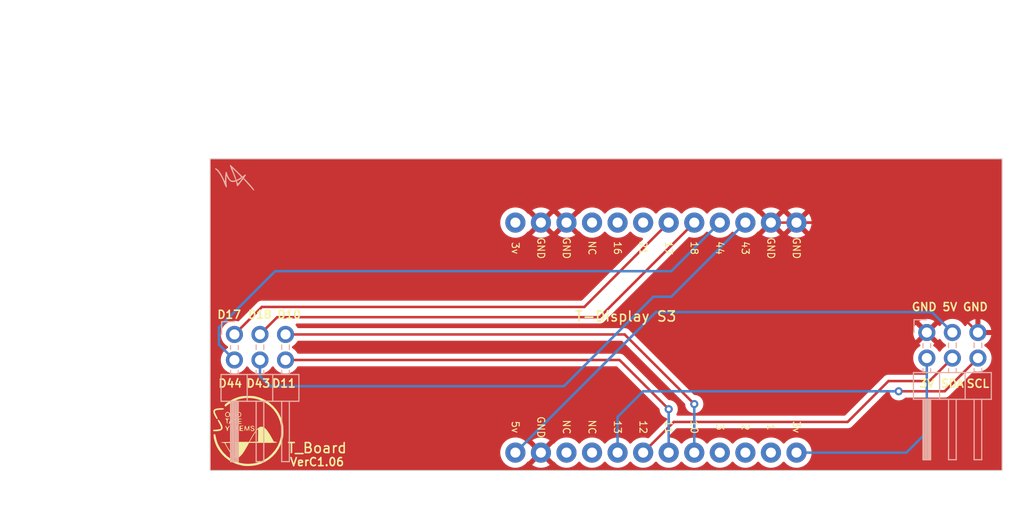
<source format=kicad_pcb>
(kicad_pcb (version 20240108) (generator "pcbnew") (generator_version "8.0")
  (title_block (title "Voltage_Sensor_Timer") (date "2023-03-07") (rev "0"))
  (layers (0 "F.Cu" signal) (31 "B.Cu" signal) (34 "B.Paste" user) (35 "F.Paste" user) (36 "B.SilkS" user "B.Silkscreen") (37 "F.SilkS" user "F.Silkscreen") (38 "B.Mask" user) (39 "F.Mask" user) (44 "Edge.Cuts" user))
  (net 0 "")
  (net 1 "GND")
  (net 2 "5V")
  (net 3 "SDA")
  (net 4 "SCL")
  (net 5 "D10")
  (net 6 "D11")
  (net 10 "D17")
  (net 17 "D43")
  (net 18 "D44")
  (net 19 "D18")
  (net 20 "3V")
  (footprint "LOGO" (layer "F.Cu") (at 116.967 105.791)
    (property "Reference" "G***" (hide yes))
    (property "Value" "LOGO" (hide yes))
    (fp_poly (pts (xy -1.25841 -1.839936) (xy -1.243308 -1.764985) (xy -1.234358 -1.662176) (xy -1.232467 -1.552547) (xy -1.238539 -1.457135) (xy -1.253481 -1.396978) (xy -1.258286 -1.390321) (xy -1.296458 -1.379762) (xy -1.314537 -1.408203) (xy -1.326252 -1.477429) (xy -1.327832 -1.579396) (xy -1.321053 -1.691368) (xy -1.307692 -1.79061) (xy -1.289527 -1.854386) (xy -1.278759 -1.865989)) (fill solid) (layer "F.SilkS"))
    (fp_poly (pts (xy -1.663348 -1.859687) (xy -1.650813 -1.774453) (xy -1.646621 -1.664138) (xy -1.646621 -1.436414) (xy -1.524 -1.436414) (xy -1.442952 -1.427615) (xy -1.402439 -1.405977) (xy -1.40138 -1.40138) (xy -1.432693 -1.380486) (xy -1.511919 -1.367953) (xy -1.559035 -1.366345) (xy -1.71669 -1.366345) (xy -1.71669 -1.629104) (xy -1.712343 -1.761501) (xy -1.700575 -1.853783) (xy -1.683298 -1.891617) (xy -1.681655 -1.891862)) (fill solid) (layer "F.SilkS"))
    (fp_poly (pts (xy -2.007079 -1.219373) (xy -1.933507 -1.205439) (xy -1.90938 -1.191173) (xy -1.921783 -1.165194) (xy -1.977381 -1.156138) (xy -2.025563 -1.15239) (xy -2.052398 -1.130583) (xy -2.064123 -1.074876) (xy -2.066976 -0.969425) (xy -2.067035 -0.928414) (xy -2.073546 -0.789463) (xy -2.089629 -0.717229) (xy -2.110105 -0.7123) (xy -2.129798 -0.775262) (xy -2.14353 -0.906705) (xy -2.144191 -0.919655) (xy -2.152516 -1.040609) (xy -2.16724 -1.108281) (xy -2.194871 -1.139458) (xy -2.233448 -1.149816) (xy -2.295053 -1.170884) (xy -2.312276 -1.193609) (xy -2.281429 -1.212561) (xy -2.204584 -1.223077) (xy -2.105286 -1.2253)) (fill solid) (layer "F.SilkS"))
    (fp_poly (pts (xy -1.864742 -0.487725) (xy -1.902692 -0.420715) (xy -1.944414 -0.357871) (xy -2.002071 -0.245519) (xy -2.031003 -0.133742) (xy -2.032 -0.114488) (xy -2.045137 -0.027071) (xy -2.084552 0) (xy -2.124678 -0.02862) (xy -2.137104 -0.114488) (xy -2.15812 -0.220758) (xy -2.21098 -0.336387) (xy -2.22459 -0.357724) (xy -2.270357 -0.438926) (xy -2.28485 -0.495259) (xy -2.279021 -0.506901) (xy -2.241425 -0.493357) (xy -2.1853 -0.435321) (xy -2.160129 -0.401012) (xy -2.074294 -0.274694) (xy -2.011208 -0.38149) (xy -1.956381 -0.458434) (xy -1.906653 -0.503891) (xy -1.902475 -0.505802) (xy -1.865501 -0.513157)) (fill solid) (layer "F.SilkS"))
    (fp_poly (pts (xy -1.026114 -0.518684) (xy -0.952541 -0.504749) (xy -0.928414 -0.490483) (xy -0.940818 -0.464504) (xy -0.996415 -0.455449) (xy -1.044597 -0.4517) (xy -1.071432 -0.429893) (xy -1.083158 -0.374186) (xy -1.086011 -0.268735) (xy -1.086069 -0.227724) (xy -1.092581 -0.088774) (xy -1.108663 -0.01654) (xy -1.12914 -0.01161) (xy -1.148833 -0.074573) (xy -1.162565 -0.206015) (xy -1.163225 -0.218966) (xy -1.171551 -0.339919) (xy -1.186274 -0.407591) (xy -1.213906 -0.438769) (xy -1.252483 -0.449127) (xy -1.314087 -0.470194) (xy -1.331311 -0.49292) (xy -1.300464 -0.511871) (xy -1.223619 -0.522387) (xy -1.124321 -0.52461)) (fill solid) (layer "F.SilkS"))
    (fp_poly (pts (xy -1.206142 -1.220246) (xy -1.127462 -1.204921) (xy -1.103586 -1.191173) (xy -1.11599 -1.165194) (xy -1.171588 -1.156138) (xy -1.21977 -1.15239) (xy -1.246605 -1.130583) (xy -1.25833 -1.074876) (xy -1.261183 -0.969425) (xy -1.261242 -0.928414) (xy -1.266192 -0.809415) (xy -1.279305 -0.727941) (xy -1.296276 -0.70069) (xy -1.314584 -0.732866) (xy -1.327118 -0.8181) (xy -1.331311 -0.928414) (xy -1.332846 -1.050829) (xy -1.341513 -1.119012) (xy -1.363399 -1.148795) (xy -1.404592 -1.156007) (xy -1.418897 -1.156138) (xy -1.484737 -1.168131) (xy -1.506483 -1.191173) (xy -1.474825 -1.210448) (xy -1.393239 -1.223173) (xy -1.315861 -1.226207)) (fill solid) (layer "F.SilkS"))
    (fp_poly (pts (xy -0.839684 -1.865697) (xy -0.744934 -1.790689) (xy -0.702465 -1.672069) (xy -0.70069 -1.636899) (xy -0.723265 -1.496935) (xy -0.792758 -1.408576) (xy -0.911824 -1.369109) (xy -0.965435 -1.366345) (xy -1.121104 -1.366345) (xy -1.121104 -1.629104) (xy -1.051035 -1.629104) (xy -1.049084 -1.518909) (xy -1.037386 -1.461548) (xy -1.007169 -1.439793) (xy -0.952938 -1.436414) (xy -0.8654 -1.450611) (xy -0.8128 -1.478455) (xy -0.782647 -1.541725) (xy -0.770759 -1.629104) (xy -0.791936 -1.743636) (xy -0.858522 -1.806068) (xy -0.952938 -1.821793) (xy -1.009037 -1.817962) (xy -1.038239 -1.794983) (xy -1.049314 -1.735629) (xy -1.051035 -1.629104) (xy -1.121104 -1.629104) (xy -1.121104 -1.891862) (xy -0.980966 -1.891862)) (fill solid) (layer "F.SilkS"))
    (fp_poly (pts (xy -1.950392 -1.861936) (xy -1.86813 -1.783698) (xy -1.824983 -1.674461) (xy -1.828228 -1.551535) (xy -1.876332 -1.44421) (xy -1.957521 -1.383011) (xy -2.067201 -1.365484) (xy -2.178617 -1.3922) (xy -2.242207 -1.436414) (xy -2.299371 -1.535903) (xy -2.304159 -1.630441) (xy -2.234465 -1.630441) (xy -2.21237 -1.521417) (xy -2.149867 -1.457611) (xy -2.058022 -1.434351) (xy -1.9671 -1.455344) (xy -1.928796 -1.486677) (xy -1.900081 -1.563994) (xy -1.901805 -1.664792) (xy -1.930068 -1.75586) (xy -1.965267 -1.797143) (xy -2.06071 -1.824758) (xy -2.145932 -1.796648) (xy -2.208122 -1.72711) (xy -2.234465 -1.630441) (xy -2.304159 -1.630441) (xy -2.305178 -1.650571) (xy -2.267255 -1.760872) (xy -2.193228 -1.84726) (xy -2.090725 -1.89019) (xy -2.064492 -1.891862)) (fill solid) (layer "F.SilkS"))
    (fp_poly (pts (xy -2.939359 -1.091921) (xy -2.873816 -1.01415) (xy -2.796972 -0.902452) (xy -2.718251 -0.771492) (xy -2.647074 -0.635933) (xy -2.594364 -0.514478) (xy -2.555046 -0.342897) (xy -2.577481 -0.203531) (xy -2.66184 -0.09624) (xy -2.808289 -0.020881) (xy -3.016999 0.022686) (xy -3.249448 0.034839) (xy -3.381077 0.033177) (xy -3.45742 0.025235) (xy -3.493226 0.006956) (xy -3.503241 -0.025718) (xy -3.503448 -0.035035) (xy -3.485036 -0.093095) (xy -3.459655 -0.107594) (xy -3.210199 -0.125786) (xy -3.006125 -0.148945) (xy -2.854676 -0.175948) (xy -2.763092 -0.205674) (xy -2.7446 -0.218317) (xy -2.711405 -0.277025) (xy -2.712245 -0.360085) (xy -2.749503 -0.476152) (xy -2.825561 -0.633884) (xy -2.892047 -0.754299) (xy -2.977908 -0.910384) (xy -3.027323 -1.016543) (xy -3.042441 -1.081333) (xy -3.025411 -1.113309) (xy -2.984179 -1.121104)) (fill solid) (layer "F.SilkS"))
    (fp_poly (pts (xy -2.516859 -2.252916) (xy -2.462682 -2.242255) (xy -2.43968 -2.221998) (xy -2.434897 -2.189655) (xy -2.440342 -2.158056) (xy -2.464881 -2.136437) (xy -2.520823 -2.121801) (xy -2.620475 -2.111152) (xy -2.776145 -2.10149) (xy -2.802759 -2.100064) (xy -3.025166 -2.083659) (xy -3.182401 -2.056697) (xy -3.279296 -2.011708) (xy -3.32068 -1.941218) (xy -3.311382 -1.837756) (xy -3.256233 -1.69385) (xy -3.173187 -1.527017) (xy -3.098852 -1.378535) (xy -3.058343 -1.279695) (xy -3.048341 -1.220727) (xy -3.0605 -1.195337) (xy -3.119603 -1.17728) (xy -3.142283 -1.184485) (xy -3.175768 -1.224732) (xy -3.231595 -1.311467) (xy -3.299891 -1.428952) (xy -3.329604 -1.483095) (xy -3.43079 -1.697827) (xy -3.478691 -1.872716) (xy -3.471147 -2.010749) (xy -3.405995 -2.114913) (xy -3.281074 -2.188195) (xy -3.094222 -2.233583) (xy -2.843278 -2.254063) (xy -2.770559 -2.255638) (xy -2.615166 -2.256528)) (fill solid) (layer "F.SilkS"))
    (fp_poly (pts (xy -0.738412 -1.219663) (xy -0.665649 -1.202996) (xy -0.648138 -1.191173) (xy -0.664757 -1.168911) (xy -0.740969 -1.157259) (xy -0.786208 -1.156138) (xy -0.884298 -1.152617) (xy -0.931082 -1.135227) (xy -0.945229 -1.093732) (xy -0.945931 -1.068552) (xy -0.938282 -1.012122) (xy -0.902204 -0.98704) (xy -0.817997 -0.980997) (xy -0.805793 -0.980966) (xy -0.718039 -0.973196) (xy -0.669229 -0.953785) (xy -0.665655 -0.945931) (xy -0.696736 -0.923993) (xy -0.77438 -0.91179) (xy -0.805793 -0.910897) (xy -0.897477 -0.905021) (xy -0.937997 -0.881272) (xy -0.945931 -0.840828) (xy -0.93398 -0.79472) (xy -0.885848 -0.77453) (xy -0.807861 -0.770759) (xy -0.714574 -0.762615) (xy -0.654779 -0.742388) (xy -0.648138 -0.735724) (xy -0.66618 -0.71472) (xy -0.745861 -0.702803) (xy -0.821243 -0.70069) (xy -1.016 -0.70069) (xy -1.016 -0.963449) (xy -1.016 -1.226207) (xy -0.842895 -1.226207)) (fill solid) (layer "F.SilkS"))
    (fp_poly (pts (xy -0.498811 -0.504264) (xy -0.490483 -0.492314) (xy -0.521559 -0.46923) (xy -0.599192 -0.45639) (xy -0.630621 -0.455449) (xy -0.720909 -0.450668) (xy -0.761039 -0.428119) (xy -0.770709 -0.37549) (xy -0.770759 -0.367862) (xy -0.763259 -0.311733) (xy -0.727701 -0.286576) (xy -0.644498 -0.280329) (xy -0.628553 -0.280276) (xy -0.539758 -0.272889) (xy -0.505913 -0.252923) (xy -0.508 -0.245242) (xy -0.554587 -0.221549) (xy -0.639486 -0.210343) (xy -0.650206 -0.210207) (xy -0.733847 -0.202072) (xy -0.767157 -0.170467) (xy -0.770759 -0.140138) (xy -0.758807 -0.09403) (xy -0.710676 -0.073841) (xy -0.632689 -0.070069) (xy -0.539401 -0.061925) (xy -0.479606 -0.041698) (xy -0.472966 -0.035035) (xy -0.491661 -0.014621) (xy -0.572846 -0.002651) (xy -0.665123 0) (xy -0.878932 0) (xy -0.868639 -0.254) (xy -0.858345 -0.508) (xy -0.674414 -0.51859) (xy -0.561201 -0.518592)) (fill solid) (layer "F.SilkS"))
    (fp_poly (pts (xy -0.261873 -0.454282) (xy -0.210031 -0.331442) (xy -0.199459 -0.300585) (xy -0.130321 -0.09317) (xy -0.053675 -0.298574) (xy 0.003618 -0.436516) (xy 0.04743 -0.505793) (xy 0.078453 -0.506263) (xy 0.09738 -0.437781) (xy 0.104905 -0.300204) (xy 0.105103 -0.265678) (xy 0.1008 -0.132201) (xy 0.089133 -0.039037) (xy 0.071968 -0.000331) (xy 0.070069 0) (xy 0.049281 -0.031429) (xy 0.035739 -0.111383) (xy 0.033129 -0.166414) (xy 0.031224 -0.332828) (xy -0.028181 -0.178067) (xy -0.071337 -0.083642) (xy -0.112705 -0.021486) (xy -0.127972 -0.009869) (xy -0.160745 -0.032554) (xy -0.202655 -0.106187) (xy -0.233075 -0.182148) (xy -0.297793 -0.367862) (xy -0.308383 -0.183931) (xy -0.320273 -0.081137) (xy -0.339455 -0.014379) (xy -0.353711 0) (xy -0.370742 -0.032796) (xy -0.379223 -0.123008) (xy -0.378156 -0.254) (xy -0.3647 -0.407309) (xy -0.340183 -0.491962) (xy -0.305583 -0.507704)) (fill solid) (layer "F.SilkS"))
    (fp_poly (pts (xy -1.68048 -1.182631) (xy -1.637382 -1.102326) (xy -1.588792 -0.996513) (xy -1.542825 -0.88449) (xy -1.507598 -0.785556) (xy -1.491225 -0.719011) (xy -1.493362 -0.703043) (xy -1.525153 -0.713424) (xy -1.567138 -0.762) (xy -1.637084 -0.822166) (xy -1.722903 -0.842477) (xy -1.799561 -0.822129) (xy -1.839311 -0.770759) (xy -1.871278 -0.716646) (xy -1.907854 -0.700523) (xy -1.926805 -0.731377) (xy -1.926897 -0.735356) (xy -1.913889 -0.795991) (xy -1.880538 -0.889771) (xy -1.863719 -0.929967) (xy -1.774456 -0.929967) (xy -1.734265 -0.911403) (xy -1.71669 -0.910897) (xy -1.663609 -0.922662) (xy -1.660865 -0.971036) (xy -1.66613 -0.989724) (xy -1.696457 -1.070147) (xy -1.72126 -1.089508) (xy -1.729855 -1.08315) (xy -1.749361 -1.041795) (xy -1.76725 -0.989724) (xy -1.774456 -0.929967) (xy -1.863719 -0.929967) (xy -1.835353 -0.997759) (xy -1.786841 -1.101018) (xy -1.743513 -1.180613) (xy -1.713876 -1.217609) (xy -1.70997 -1.218128)) (fill solid) (layer "F.SilkS"))
    (fp_poly (pts (xy -1.499256 -0.4916) (xy -1.453737 -0.455234) (xy -1.411983 -0.389504) (xy -1.422431 -0.35908) (xy -1.473647 -0.376532) (xy -1.503661 -0.400343) (xy -1.577753 -0.441693) (xy -1.649342 -0.445049) (xy -1.694165 -0.411968) (xy -1.699173 -0.387819) (xy -1.669305 -0.343949) (xy -1.597133 -0.305776) (xy -1.594069 -0.304767) (xy -1.477856 -0.256214) (xy -1.418128 -0.197891) (xy -1.40138 -0.117464) (xy -1.429145 -0.038052) (xy -1.491246 0.000867) (xy -1.571004 0.027377) (xy -1.628984 0.026818) (xy -1.707931 -0.001092) (xy -1.774017 -0.058844) (xy -1.786759 -0.110581) (xy -1.786759 -0.188385) (xy -1.715325 -0.11171) (xy -1.633622 -0.046915) (xy -1.556857 -0.043955) (xy -1.510136 -0.06707) (xy -1.476282 -0.116868) (xy -1.499838 -0.17237) (xy -1.571659 -0.217366) (xy -1.599802 -0.226033) (xy -1.721115 -0.274064) (xy -1.779542 -0.343566) (xy -1.786759 -0.388437) (xy -1.757771 -0.463302) (xy -1.685498 -0.508399) (xy -1.59198 -0.519305)) (fill solid) (layer "F.SilkS"))
    (fp_poly (pts (xy 0.488151 -0.503225) (xy 0.560691 -0.450454) (xy 0.595294 -0.388362) (xy 0.595586 -0.382877) (xy 0.576949 -0.351282) (xy 0.538835 -0.365252) (xy 0.511947 -0.405243) (xy 0.468746 -0.441386) (xy 0.398416 -0.449824) (xy 0.331389 -0.432965) (xy 0.298096 -0.393217) (xy 0.297793 -0.388299) (xy 0.328068 -0.348025) (xy 0.404292 -0.305017) (xy 0.443676 -0.290039) (xy 0.558526 -0.231699) (xy 0.615712 -0.159583) (xy 0.613001 -0.085108) (xy 0.548159 -0.019693) (xy 0.500941 0.002683) (xy 0.41801 0.029717) (xy 0.362077 0.025391) (xy 0.29567 -0.014198) (xy 0.288071 -0.019504) (xy 0.229663 -0.079711) (xy 0.210207 -0.130715) (xy 0.219707 -0.160116) (xy 0.256043 -0.142116) (xy 0.297446 -0.105429) (xy 0.365248 -0.052058) (xy 0.422694 -0.045432) (xy 0.477948 -0.065965) (xy 0.536804 -0.109661) (xy 0.526071 -0.155639) (xy 0.445583 -0.204171) (xy 0.377421 -0.230061) (xy 0.265892 -0.286152) (xy 0.2209 -0.354488) (xy 0.243898 -0.432286) (xy 0.260902 -0.453398) (xy 0.337995 -0.507963) (xy 0.405824 -0.525518)) (fill solid) (layer "F.SilkS"))
    (fp_poly (pts (xy 0.196863 -3.479628) (xy 0.377558 -3.47395) (xy 0.525832 -3.461546) (xy 0.660467 -3.44076) (xy 0.800245 -3.409937) (xy 0.821206 -3.404748) (xy 1.290318 -3.252394) (xy 1.727687 -3.040219) (xy 2.128511 -2.772941) (xy 2.487985 -2.455277) (xy 2.801307 -2.091944) (xy 3.063671 -1.687659) (xy 3.270275 -1.247139) (xy 3.389163 -0.883147) (xy 3.425871 -0.737362) (xy 3.451384 -0.608) (xy 3.46769 -0.476005) (xy 3.476774 -0.322322) (xy 3.480622 -0.127894) (xy 3.481222 0) (xy 3.47993 0.228562) (xy 3.474041 0.40519) (xy 3.461863 0.547955) (xy 3.441704 0.674933) (xy 3.41187 0.804195) (xy 3.402628 0.839257) (xy 3.238143 1.324803) (xy 3.017595 1.770251) (xy 2.744003 2.172605) (xy 2.420381 2.528869) (xy 2.049747 2.836049) (xy 1.635118 3.091149) (xy 1.17951 3.291173) (xy 0.82331 3.400554) (xy 0.600846 3.443831) (xy 0.338044 3.473598) (xy 0.058391 3.488949) (xy -0.214628 3.488976) (xy -0.457527 3.472774) (xy -0.579835 3.454732) (xy -1.07836 3.326041) (xy -1.5417 3.139085) (xy -1.966443 2.896388) (xy -2.349175 2.600471) (xy -2.686487 2.253857) (xy -2.974966 1.859067) (xy -3.144193 1.559034) (xy -3.239315 1.345829) (xy -3.323352 1.112235) (xy -3.389893 0.87992) (xy -3.432524 0.67055) (xy -3.444909 0.543034) (xy -3.445922 0.425615) (xy -3.436731 0.3609) (xy -3.411765 0.331678) (xy -3.373308 0.321794) (xy -3.30724 0.332743) (xy -3.277868 0.391863) (xy -3.216372 0.662714) (xy -3.162691 0.878043) (xy -3.112872 1.051403) (xy -3.062963 1.196347) (xy -3.009012 1.326427) (xy -2.99889 1.348609) (xy -2.765826 1.772001) (xy -2.480111 2.150937) (xy -2.145842 2.48206) (xy -1.767119 2.762013) (xy -1.348038 2.987439) (xy -0.892698 3.154982) (xy -0.745335 3.194516) (xy -0.408573 3.252425) (xy -0.038851 3.273257) (xy 0.337523 3.257316) (xy 0.694245 3.204904) (xy 0.815188 3.176537) (xy 1.156887 3.064974) (xy 1.503393 2.912578) (xy 1.821012 2.734565) (xy 1.88125 2.695107) (xy 1.974744 2.623222) (xy 2.098725 2.515743) (xy 2.235799 2.388232) (xy 2.34731 2.278074) (xy 2.652819 1.920167) (xy 2.896949 1.536267) (xy 3.080722 1.132254) (xy 3.205157 0.714008) (xy 3.271277 0.287408) (xy 3.280103 -0.141665) (xy 3.232655 -0.567331) (xy 3.129955 -0.98371) (xy 2.973023 -1.384923) (xy 2.762882 -1.765089) (xy 2.500551 -2.118328) (xy 2.187052 -2.438761) (xy 1.823407 -2.720506) (xy 1.440656 -2.942882) (xy 1.03347 -3.109361) (xy 0.598956 -3.219813) (xy 0.150755 -3.273046) (xy -0.297494 -3.267869) (xy -0.732148 -3.203092) (xy -0.933094 -3.15013) (xy -1.167945 -3.065633) (xy -1.421251 -2.952774) (xy -1.670084 -2.823294) (xy -1.891518 -2.688929) (xy -2.030501 -2.588259) (xy -2.135289 -2.507092) (xy -2.220857 -2.446808) (xy -2.271531 -2.418307) (xy -2.276185 -2.41738) (xy -2.328543 -2.446166) (xy -2.35284 -2.514016) (xy -2.342087 -2.593168) (xy -2.327325 -2.620479) (xy -2.261473 -2.687112) (xy -2.147056 -2.775804) (xy -1.99829 -2.877499) (xy -1.829391 -2.983139) (xy -1.654574 -3.083667) (xy -1.488056 -3.170026) (xy -1.404221 -3.208609) (xy -1.152089 -3.311078) (xy -0.926728 -3.385026) (xy -0.706851 -3.434675) (xy -0.471174 -3.464247) (xy -0.198409 -3.477967) (xy -0.035035 -3.480236)) (fill solid) (layer "F.SilkS"))
    (fp_poly (pts (xy 1.388042 -0.418865) (xy 1.526215 -0.366027) (xy 1.608457 -0.31355) (xy 1.740696 -0.195295) (xy 1.886321 -0.021404) (xy 2.047671 0.211348) (xy 2.227086 0.506184) (xy 2.311579 0.655018) (xy 2.542153 1.068551) (xy 2.689973 1.079324) (xy 2.795925 1.097656) (xy 2.837012 1.133252) (xy 2.837793 1.140635) (xy 2.829573 1.153541) (xy 2.800859 1.164104) (xy 2.74557 1.172548) (xy 2.657626 1.179095) (xy 2.530944 1.183968) (xy 2.359446 1.187389) (xy 2.137049 1.18958) (xy 1.857672 1.190765) (xy 1.515236 1.191166) (xy 1.457178 1.191172) (xy 0.076563 1.191172) (xy -0.208182 1.697686) (xy -0.403863 2.025475) (xy -0.58493 2.286822) (xy -0.750971 2.48121) (xy -0.901572 2.60812) (xy -0.95975 2.641) (xy -1.088106 2.687642) (xy -1.200348 2.687439) (xy -1.314983 2.648605) (xy -1.427514 2.584508) (xy -1.438615 2.575034) (xy -1.261242 2.575034) (xy -1.243724 2.592551) (xy -1.226207 2.575034) (xy -1.243724 2.557517) (xy -1.261242 2.575034) (xy -1.438615 2.575034) (xy -1.479664 2.54) (xy -0.980966 2.54) (xy -0.963448 2.557517) (xy -0.945931 2.54) (xy -0.963448 2.522482) (xy -0.980966 2.54) (xy -1.479664 2.54) (xy -1.542286 2.486554) (xy -1.66437 2.348437) (xy -1.79884 2.163847) (xy -1.950768 1.926478) (xy -2.103395 1.66812) (xy -2.364341 1.21415) (xy -2.277242 1.21415) (xy -2.260627 1.250964) (xy -2.214821 1.337297) (xy -2.145878 1.462112) (xy -2.059853 1.61437) (xy -2.009636 1.702017) (xy -1.885384 1.909294) (xy -1.761836 2.099896) (xy -1.645459 2.265139) (xy -1.542718 2.396341) (xy -1.46008 2.484819) (xy -1.40401 2.521889) (xy -1.398663 2.522482) (xy -1.387999 2.488982) (xy -1.380948 2.415098) (xy -0.797204 2.415098) (xy -0.792411 2.417379) (xy -0.760439 2.392715) (xy -0.753242 2.382345) (xy -0.744314 2.349591) (xy -0.749106 2.34731) (xy -0.781078 2.371974) (xy -0.788276 2.382345) (xy -0.797204 2.415098) (xy -1.380948 2.415098) (xy -1.378991 2.394596) (xy -1.372084 2.248498) (xy -1.367724 2.059862) (xy -1.366345 1.856827) (xy -1.366345 1.664138) (xy -0.315311 1.664138) (xy -0.297793 1.681655) (xy -0.280276 1.664138) (xy -0.297793 1.64662) (xy -0.315311 1.664138) (xy -1.366345 1.664138) (xy -1.366345 1.243724) (xy -1.296276 1.243724) (xy -1.278759 1.261241) (xy -1.261242 1.243724) (xy -0.070069 1.243724) (xy -0.052552 1.261241) (xy -0.035035 1.243724) (xy -0.052552 1.226207) (xy -0.070069 1.243724) (xy -1.261242 1.243724) (xy -1.278759 1.226207) (xy -1.296276 1.243724) (xy -1.366345 1.243724) (xy -1.366345 1.191172) (xy -1.821793 1.191172) (xy -1.991219 1.19283) (xy -2.132067 1.197367) (xy -2.23133 1.204126) (xy -2.276 1.212451) (xy -2.277242 1.21415) (xy -2.364341 1.21415) (xy -2.36748 1.208689) (xy -2.533427 1.191172) (xy -2.632204 1.174211) (xy -2.695756 1.150899) (xy -2.707274 1.13862) (xy -2.674877 1.128586) (xy -2.573927 1.11965) (xy -2.405932 1.111863) (xy -2.172398 1.105271) (xy -1.874834 1.099922) (xy -1.514748 1.095866) (xy -1.325535 1.094428) (xy -0.402954 1.088348) (xy 0.133691 1.088348) (xy 0.54857 1.07845) (xy 0.963448 1.068551) (xy 0.963987 1.033517) (xy 1.051034 1.033517) (xy 1.068552 1.051034) (xy 1.086069 1.033517) (xy 2.382345 1.033517) (xy 2.399862 1.051034) (xy 2.417379 1.033517) (xy 2.399862 1.016) (xy 2.382345 1.033517) (xy 1.086069 1.033517) (xy 1.068552 1.016) (xy 1.051034 1.033517) (xy 0.963987 1.033517) (xy 0.973015 0.446689) (xy 0.974646 0.246826) (xy 0.973954 0.157655) (xy 1.891862 0.157655) (xy 1.909379 0.175172) (xy 1.926896 0.157655) (xy 1.909379 0.140138) (xy 1.891862 0.157655) (xy 0.973954 0.157655) (xy 0.973302 0.073729) (xy 0.971636 0.017517) (xy 1.786758 0.017517) (xy 1.804276 0.035034) (xy 1.821793 0.017517) (xy 1.804276 0) (xy 1.786758 0.017517) (xy 0.971636 0.017517) (xy 0.969295 -0.061495) (xy 0.962938 -0.147738) (xy 0.955498 -0.1743) (xy 0.911637 -0.143728) (xy 0.839391 -0.058595) (xy 0.743544 0.073939) (xy 0.62888 0.246715) (xy 0.500183 0.452573) (xy 0.362236 0.684352) (xy 0.247238 0.88576) (xy 0.133691 1.088348) (xy -0.402954 1.088348) (xy 0.064103 1.08527) (xy 0.264441 0.726566) (xy 0.464317 0.383086) (xy 0.64569 0.10372) (xy 0.81179 -0.11403) (xy 0.907406 -0.212488) (xy 1.059624 -0.212488) (xy 1.064416 -0.210207) (xy 1.096388 -0.234871) (xy 1.103586 -0.245242) (xy 1.112513 -0.277995) (xy 1.107721 -0.280276) (xy 1.075749 -0.255613) (xy 1.068552 -0.245242) (xy 1.059624 -0.212488) (xy 0.907406 -0.212488) (xy 0.965846 -0.272665) (xy 1.111087 -0.374682) (xy 1.250742 -0.422583)) (fill solid) (layer "F.SilkS"))
  )
  (footprint "Voltage_Sensor_Timer:T-Display-S3" (layer "F.Cu") (at 138.43 107.95 -90)
    (property "Reference" "U1" (hide yes))
    (property "Value" "T-Display-S3" (hide yes))
    (fp_text user "NC" (at -2.54 -10.16 -90) (layer "F.SilkS") (effects (font (size 0.7 0.7) (thickness 0.1))))
    (fp_text user "GND" (at -2.54 -7.62 -90) (layer "F.SilkS") (effects (font (size 0.7 0.7) (thickness 0.1))))
    (fp_text user "18" (at -20.334382 -22.86 -90) (layer "F.SilkS") (effects (font (size 0.7 0.7) (thickness 0.1))))
    (fp_text user "21" (at -20.334382 -17.78 -90) (layer "F.SilkS") (effects (font (size 0.7 0.7) (thickness 0.1))))
    (fp_text user "GND" (at -20.32 -30.48 -90) (layer "F.SilkS") (effects (font (size 0.7 0.7) (thickness 0.1))))
    (fp_text user "17" (at -20.334382 -20.32 -90) (layer "F.SilkS") (effects (font (size 0.7 0.7) (thickness 0.1))))
    (fp_text user "11" (at -2.54 -20.32 -90) (layer "F.SilkS") (effects (font (size 0.7 0.7) (thickness 0.1))))
    (fp_text user "13" (at -2.54 -15.24 -90) (layer "F.SilkS") (effects (font (size 0.7 0.7) (thickness 0.1))))
    (fp_text user "43" (at -20.334382 -27.94 -90) (layer "F.SilkS") (effects (font (size 0.7 0.7) (thickness 0.1))))
    (fp_text user "NC" (at -20.334382 -12.7 -90) (layer "F.SilkS") (effects (font (size 0.7 0.7) (thickness 0.1))))
    (fp_text user "12" (at -2.54 -17.78 -90) (layer "F.SilkS") (effects (font (size 0.7 0.7) (thickness 0.1))))
    (fp_text user "10" (at -2.54 -22.86 -90) (layer "F.SilkS") (effects (font (size 0.7 0.7) (thickness 0.1))))
    (fp_text user "44" (at -20.334382 -25.4 -90) (layer "F.SilkS") (effects (font (size 0.7 0.7) (thickness 0.1))))
    (fp_text user "GND" (at -20.32 -10.16 -90) (layer "F.SilkS") (effects (font (size 0.7 0.7) (thickness 0.1))))
    (fp_text user "1" (at -2.54 -30.48 -90) (layer "F.SilkS") (effects (font (size 0.7 0.7) (thickness 0.1))))
    (fp_text user "NC" (at -2.54 -12.7 -90) (layer "F.SilkS") (effects (font (size 0.7 0.7) (thickness 0.1))))
    (fp_text user "16" (at -20.334382 -15.24 -90) (layer "F.SilkS") (effects (font (size 0.7 0.7) (thickness 0.1))))
    (fp_text user "3v" (at -2.54 -33.02 -90) (layer "F.SilkS") (effects (font (size 0.7 0.7) (thickness 0.1))))
    (fp_text user "3v" (at -20.32 -5.08 -90) (layer "F.SilkS") (effects (font (size 0.7 0.7) (thickness 0.1))))
    (fp_text user "5v" (at -2.54 -5.08 -90) (layer "F.SilkS") (effects (font (size 0.7 0.7) (thickness 0.1))))
    (fp_text user "GND" (at -20.32 -7.62 -90) (layer "F.SilkS") (effects (font (size 0.7 0.7) (thickness 0.1))))
    (fp_text user "3" (at -2.54 -25.4 -90) (layer "F.SilkS") (effects (font (size 0.7 0.7) (thickness 0.1))))
    (fp_text user "GND" (at -20.32 -33.02 -90) (layer "F.SilkS") (effects (font (size 0.7 0.7) (thickness 0.1))))
    (fp_text user "2" (at -2.54 -27.94 -90) (layer "F.SilkS") (effects (font (size 0.7 0.7) (thickness 0.1))))
    (pad "1" thru_hole circle (at 0 -33.02 270) (size 2 2) (drill 1) (layers "*.Cu" "*.Mask") (net 20 "3V"))
    (pad "2" thru_hole circle (at 0 -30.48 270) (size 2 2) (drill 1) (layers "*.Cu" "*.Mask"))
    (pad "3" thru_hole circle (at 0 -27.94 270) (size 2 2) (drill 1) (layers "*.Cu" "*.Mask"))
    (pad "4" thru_hole circle (at 0 -25.4 270) (size 2 2) (drill 1) (layers "*.Cu" "*.Mask"))
    (pad "5" thru_hole circle (at 0 -22.86 270) (size 2 2) (drill 1) (layers "*.Cu" "*.Mask") (net 5 "D10"))
    (pad "6" thru_hole circle (at 0 -20.32 270) (size 2 2) (drill 1) (layers "*.Cu" "*.Mask") (net 6 "D11"))
    (pad "7" thru_hole circle (at 0 -17.78 270) (size 2 2) (drill 1) (layers "*.Cu" "*.Mask") (net 3 "SDA"))
    (pad "8" thru_hole circle (at 0 -15.24 270) (size 2 2) (drill 1) (layers "*.Cu" "*.Mask") (net 4 "SCL"))
    (pad "9" thru_hole circle (at 0 -12.7 270) (size 2 2) (drill 1) (layers "*.Cu" "*.Mask"))
    (pad "10" thru_hole circle (at 0 -10.16 270) (size 2 2) (drill 1) (layers "*.Cu" "*.Mask"))
    (pad "11" thru_hole circle (at 0 -7.62 270) (size 2 2) (drill 1) (layers "*.Cu" "*.Mask") (net 1 "GND"))
    (pad "12" thru_hole circle (at 0 -5.08 270) (size 2 2) (drill 1) (layers "*.Cu" "*.Mask") (net 2 "5V"))
    (pad "13" thru_hole circle (at -22.861864 -33.02 270) (size 2 2) (drill 1) (layers "*.Cu" "*.Mask") (net 1 "GND"))
    (pad "14" thru_hole circle (at -22.861864 -30.48 270) (size 2 2) (drill 1) (layers "*.Cu" "*.Mask") (net 1 "GND"))
    (pad "15" thru_hole circle (at -22.861864 -27.94 270) (size 2 2) (drill 1) (layers "*.Cu" "*.Mask") (net 17 "D43"))
    (pad "16" thru_hole circle (at -22.861864 -25.4 270) (size 2 2) (drill 1) (layers "*.Cu" "*.Mask") (net 18 "D44"))
    (pad "17" thru_hole circle (at -22.861864 -22.86 270) (size 2 2) (drill 1) (layers "*.Cu" "*.Mask") (net 19 "D18"))
    (pad "18" thru_hole circle (at -22.861864 -20.32 270) (size 2 2) (drill 1) (layers "*.Cu" "*.Mask") (net 10 "D17"))
    (pad "19" thru_hole circle (at -22.861864 -17.78 270) (size 2 2) (drill 1) (layers "*.Cu" "*.Mask"))
    (pad "20" thru_hole circle (at -22.861864 -15.24 270) (size 2 2) (drill 1) (layers "*.Cu" "*.Mask"))
    (pad "21" thru_hole circle (at -22.861864 -12.7 270) (size 2 2) (drill 1) (layers "*.Cu" "*.Mask"))
    (pad "22" thru_hole circle (at -22.861864 -10.16 270) (size 2 2) (drill 1) (layers "*.Cu" "*.Mask") (net 1 "GND"))
    (pad "23" thru_hole circle (at -22.861864 -7.62 270) (size 2 2) (drill 1) (layers "*.Cu" "*.Mask") (net 1 "GND"))
    (pad "24" thru_hole circle (at -22.861864 -5.08 270) (size 2 2) (drill 1) (layers "*.Cu" "*.Mask"))
  )
  (footprint "Connector_PinHeader_2.54mm:PinHeader_2x03_P2.54mm_Horizontal" (layer "B.Cu") (at 115.585 96.204 -90)
    (property "Reference" "J1" (hide yes))
    (property "Value" "90_Deg_Conn" (hide yes))
    (fp_line (start 3.98 1.33) (end 3.98 -6.41) (stroke (width 0.12)) (layer "B.SilkS"))
    (fp_line (start 6.64 1.33) (end 3.98 1.33) (stroke (width 0.12)) (layer "B.SilkS"))
    (fp_line (start -1.27 1.27) (end 0 1.27) (stroke (width 0.12)) (layer "B.SilkS"))
    (fp_line (start 1.11 0.38) (end 1.497071 0.38) (stroke (width 0.12)) (layer "B.SilkS"))
    (fp_line (start 3.582929 0.38) (end 3.98 0.38) (stroke (width 0.12)) (layer "B.SilkS"))
    (fp_line (start 6.64 0.38) (end 12.64 0.38) (stroke (width 0.12)) (layer "B.SilkS"))
    (fp_line (start 12.64 0.38) (end 12.64 -0.38) (stroke (width 0.12)) (layer "B.SilkS"))
    (fp_line (start 6.64 0.32) (end 12.64 0.32) (stroke (width 0.12)) (layer "B.SilkS"))
    (fp_line (start 6.64 0.2) (end 12.64 0.2) (stroke (width 0.12)) (layer "B.SilkS"))
    (fp_line (start 6.64 0.08) (end 12.64 0.08) (stroke (width 0.12)) (layer "B.SilkS"))
    (fp_line (start -1.27 0) (end -1.27 1.27) (stroke (width 0.12)) (layer "B.SilkS"))
    (fp_line (start 6.64 -0.04) (end 12.64 -0.04) (stroke (width 0.12)) (layer "B.SilkS"))
    (fp_line (start 6.64 -0.16) (end 12.64 -0.16) (stroke (width 0.12)) (layer "B.SilkS"))
    (fp_line (start 6.64 -0.28) (end 12.64 -0.28) (stroke (width 0.12)) (layer "B.SilkS"))
    (fp_line (start 1.11 -0.38) (end 1.497071 -0.38) (stroke (width 0.12)) (layer "B.SilkS"))
    (fp_line (start 3.582929 -0.38) (end 3.98 -0.38) (stroke (width 0.12)) (layer "B.SilkS"))
    (fp_line (start 12.64 -0.38) (end 6.64 -0.38) (stroke (width 0.12)) (layer "B.SilkS"))
    (fp_line (start 3.98 -1.27) (end 6.64 -1.27) (stroke (width 0.12)) (layer "B.SilkS"))
    (fp_line (start 1.042929 -2.16) (end 1.497071 -2.16) (stroke (width 0.12)) (layer "B.SilkS"))
    (fp_line (start 3.582929 -2.16) (end 3.98 -2.16) (stroke (width 0.12)) (layer "B.SilkS"))
    (fp_line (start 6.64 -2.16) (end 12.64 -2.16) (stroke (width 0.12)) (layer "B.SilkS"))
    (fp_line (start 12.64 -2.16) (end 12.64 -2.92) (stroke (width 0.12)) (layer "B.SilkS"))
    (fp_line (start 1.042929 -2.92) (end 1.497071 -2.92) (stroke (width 0.12)) (layer "B.SilkS"))
    (fp_line (start 3.582929 -2.92) (end 3.98 -2.92) (stroke (width 0.12)) (layer "B.SilkS"))
    (fp_line (start 12.64 -2.92) (end 6.64 -2.92) (stroke (width 0.12)) (layer "B.SilkS"))
    (fp_line (start 3.98 -3.81) (end 6.64 -3.81) (stroke (width 0.12)) (layer "B.SilkS"))
    (fp_line (start 1.042929 -4.7) (end 1.497071 -4.7) (stroke (width 0.12)) (layer "B.SilkS"))
    (fp_line (start 3.582929 -4.7) (end 3.98 -4.7) (stroke (width 0.12)) (layer "B.SilkS"))
    (fp_line (start 6.64 -4.7) (end 12.64 -4.7) (stroke (width 0.12)) (layer "B.SilkS"))
    (fp_line (start 12.64 -4.7) (end 12.64 -5.46) (stroke (width 0.12)) (layer "B.SilkS"))
    (fp_line (start 1.042929 -5.46) (end 1.497071 -5.46) (stroke (width 0.12)) (layer "B.SilkS"))
    (fp_line (start 3.582929 -5.46) (end 3.98 -5.46) (stroke (width 0.12)) (layer "B.SilkS"))
    (fp_line (start 12.64 -5.46) (end 6.64 -5.46) (stroke (width 0.12)) (layer "B.SilkS"))
    (fp_line (start 3.98 -6.41) (end 6.64 -6.41) (stroke (width 0.12)) (layer "B.SilkS"))
    (fp_line (start 6.64 -6.41) (end 6.64 1.33) (stroke (width 0.12)) (layer "B.SilkS"))
    (pad "1" thru_hole circle (at 0 0 270) (size 1.7 1.7) (drill 1) (layers "*.Cu" "*.Mask") (net 10 "D17"))
    (pad "2" thru_hole oval (at 2.54 0 270) (size 1.7 1.7) (drill 1) (layers "*.Cu" "*.Mask") (net 18 "D44"))
    (pad "3" thru_hole oval (at 0 -2.54 270) (size 1.7 1.7) (drill 1) (layers "*.Cu" "*.Mask") (net 19 "D18"))
    (pad "4" thru_hole oval (at 2.54 -2.54 270) (size 1.7 1.7) (drill 1) (layers "*.Cu" "*.Mask") (net 17 "D43"))
    (pad "5" thru_hole oval (at 0 -5.08 270) (size 1.7 1.7) (drill 1) (layers "*.Cu" "*.Mask") (net 5 "D10"))
    (pad "6" thru_hole oval (at 2.54 -5.08 270) (size 1.7 1.7) (drill 1) (layers "*.Cu" "*.Mask") (net 6 "D11"))
  )
  (footprint "Connector_PinHeader_2.54mm:PinHeader_2x03_P2.54mm_Horizontal" (layer "B.Cu") (at 184.404 96.012 -90)
    (property "Reference" "J2" (hide yes))
    (property "Value" "90_Deg_Conn" (hide yes))
    (fp_line (start 3.98 1.33) (end 3.98 -6.41) (stroke (width 0.12)) (layer "B.SilkS"))
    (fp_line (start 6.64 1.33) (end 3.98 1.33) (stroke (width 0.12)) (layer "B.SilkS"))
    (fp_line (start -1.27 1.27) (end 0 1.27) (stroke (width 0.12)) (layer "B.SilkS"))
    (fp_line (start 1.11 0.38) (end 1.497071 0.38) (stroke (width 0.12)) (layer "B.SilkS"))
    (fp_line (start 3.582929 0.38) (end 3.98 0.38) (stroke (width 0.12)) (layer "B.SilkS"))
    (fp_line (start 6.64 0.38) (end 12.64 0.38) (stroke (width 0.12)) (layer "B.SilkS"))
    (fp_line (start 12.64 0.38) (end 12.64 -0.38) (stroke (width 0.12)) (layer "B.SilkS"))
    (fp_line (start 6.64 0.32) (end 12.64 0.32) (stroke (width 0.12)) (layer "B.SilkS"))
    (fp_line (start 6.64 0.2) (end 12.64 0.2) (stroke (width 0.12)) (layer "B.SilkS"))
    (fp_line (start 6.64 0.08) (end 12.64 0.08) (stroke (width 0.12)) (layer "B.SilkS"))
    (fp_line (start -1.27 0) (end -1.27 1.27) (stroke (width 0.12)) (layer "B.SilkS"))
    (fp_line (start 6.64 -0.04) (end 12.64 -0.04) (stroke (width 0.12)) (layer "B.SilkS"))
    (fp_line (start 6.64 -0.16) (end 12.64 -0.16) (stroke (width 0.12)) (layer "B.SilkS"))
    (fp_line (start 6.64 -0.28) (end 12.64 -0.28) (stroke (width 0.12)) (layer "B.SilkS"))
    (fp_line (start 1.11 -0.38) (end 1.497071 -0.38) (stroke (width 0.12)) (layer "B.SilkS"))
    (fp_line (start 3.582929 -0.38) (end 3.98 -0.38) (stroke (width 0.12)) (layer "B.SilkS"))
    (fp_line (start 12.64 -0.38) (end 6.64 -0.38) (stroke (width 0.12)) (layer "B.SilkS"))
    (fp_line (start 3.98 -1.27) (end 6.64 -1.27) (stroke (width 0.12)) (layer "B.SilkS"))
    (fp_line (start 1.042929 -2.16) (end 1.497071 -2.16) (stroke (width 0.12)) (layer "B.SilkS"))
    (fp_line (start 3.582929 -2.16) (end 3.98 -2.16) (stroke (width 0.12)) (layer "B.SilkS"))
    (fp_line (start 6.64 -2.16) (end 12.64 -2.16) (stroke (width 0.12)) (layer "B.SilkS"))
    (fp_line (start 12.64 -2.16) (end 12.64 -2.92) (stroke (width 0.12)) (layer "B.SilkS"))
    (fp_line (start 1.042929 -2.92) (end 1.497071 -2.92) (stroke (width 0.12)) (layer "B.SilkS"))
    (fp_line (start 3.582929 -2.92) (end 3.98 -2.92) (stroke (width 0.12)) (layer "B.SilkS"))
    (fp_line (start 12.64 -2.92) (end 6.64 -2.92) (stroke (width 0.12)) (layer "B.SilkS"))
    (fp_line (start 3.98 -3.81) (end 6.64 -3.81) (stroke (width 0.12)) (layer "B.SilkS"))
    (fp_line (start 1.042929 -4.7) (end 1.497071 -4.7) (stroke (width 0.12)) (layer "B.SilkS"))
    (fp_line (start 3.582929 -4.7) (end 3.98 -4.7) (stroke (width 0.12)) (layer "B.SilkS"))
    (fp_line (start 6.64 -4.7) (end 12.64 -4.7) (stroke (width 0.12)) (layer "B.SilkS"))
    (fp_line (start 12.64 -4.7) (end 12.64 -5.46) (stroke (width 0.12)) (layer "B.SilkS"))
    (fp_line (start 1.042929 -5.46) (end 1.497071 -5.46) (stroke (width 0.12)) (layer "B.SilkS"))
    (fp_line (start 3.582929 -5.46) (end 3.98 -5.46) (stroke (width 0.12)) (layer "B.SilkS"))
    (fp_line (start 12.64 -5.46) (end 6.64 -5.46) (stroke (width 0.12)) (layer "B.SilkS"))
    (fp_line (start 3.98 -6.41) (end 6.64 -6.41) (stroke (width 0.12)) (layer "B.SilkS"))
    (fp_line (start 6.64 -6.41) (end 6.64 1.33) (stroke (width 0.12)) (layer "B.SilkS"))
    (pad "1" thru_hole circle (at 0 0 270) (size 1.7 1.7) (drill 1) (layers "*.Cu" "*.Mask") (net 1 "GND"))
    (pad "2" thru_hole oval (at 2.54 0 270) (size 1.7 1.7) (drill 1) (layers "*.Cu" "*.Mask") (net 20 "3V"))
    (pad "3" thru_hole oval (at 0 -2.54 270) (size 1.7 1.7) (drill 1) (layers "*.Cu" "*.Mask") (net 2 "5V"))
    (pad "4" thru_hole oval (at 2.54 -2.54 270) (size 1.7 1.7) (drill 1) (layers "*.Cu" "*.Mask") (net 3 "SDA"))
    (pad "5" thru_hole oval (at 0 -5.08 270) (size 1.7 1.7) (drill 1) (layers "*.Cu" "*.Mask") (net 1 "GND"))
    (pad "6" thru_hole oval (at 2.54 -5.08 270) (size 1.7 1.7) (drill 1) (layers "*.Cu" "*.Mask") (net 4 "SCL"))
  )
  (footprint "top_lib:my_logo" (layer "B.Cu") (at 115.57 80.518 180)
    (property "Reference" "G***" (hide yes))
    (property "Value" "LOGO" (hide yes))
    (fp_poly (pts (xy 0.425326 1.1563) (xy 0.431824 1.115873) (xy 0.417148 1.041602) (xy 0.379825 0.927849) (xy 0.31838 0.768975) (xy 0.253897 0.612806) (xy 0.180028 0.435005) (xy 0.108101 0.258371) (xy 0.044401 0.09858) (xy -0.00479 -0.028692) (xy -0.02257 -0.076877) (xy -0.063532 -0.186367) (xy -0.099706 -0.274665) (xy -0.123896 -0.324307) (xy -0.125493 -0.326627) (xy -0.119904 -0.355352) (xy -0.063247 -0.378617) (xy 0.035509 -0.39417) (xy 0.165655 -0.399758) (xy 0.25239 -0.392161) (xy 0.320079 -0.361029) (xy 0.394536 -0.293851) (xy 0.403562 -0.284443) (xy 0.496558 -0.165802) (xy 0.585697 -0.016278) (xy 0.659146 0.141112) (xy 0.705074 0.283353) (xy 0.710749 0.313079) (xy 0.733644 0.399035) (xy 0.7665 0.460331) (xy 0.772551 0.466389) (xy 0.802435 0.485414) (xy 0.826707 0.482205) (xy 0.846696 0.450721) (xy 0.863732 0.384923) (xy 0.879142 0.27877) (xy 0.894254 0.126223) (xy 0.910398 -0.078759) (xy 0.919057 -0.199739) (xy 0.938461 -0.476354) (xy 1.065022 -0.199739) (xy 1.197717 0.069866) (xy 1.333274 0.307075) (xy 1.467528 0.506047) (xy 1.596312 0.660944) (xy 1.715463 0.765924) (xy 1.779679 0.802138) (xy 1.849705 0.823487) (xy 1.892987 0.810165) (xy 1.902915 0.80077) (xy 1.919563 0.763839) (xy 1.88383 0.729079) (xy 1.880672 0.727142) (xy 1.725522 0.603995) (xy 1.566829 0.421265) (xy 1.405665 0.180688) (xy 1.243103 -0.115998) (xy 1.080214 -0.467058) (xy 0.957013 -0.768765) (xy 0.892321 -0.923268) (xy 0.839188 -1.021502) (xy 0.795107 -1.066996) (xy 0.757568 -1.063274) (xy 0.75139 -1.057729) (xy 0.735756 -1.001226) (xy 0.745817 -0.891687) (xy 0.748855 -0.874543) (xy 0.768405 -0.732756) (xy 0.780173 -0.556496) (xy 0.784618 -0.336037) (xy 0.783456 -0.138378) (xy 0.78045 0.076876) (xy 0.689432 -0.092252) (xy 0.581858 -0.262304) (xy 0.463242 -0.398494) (xy 0.343108 -0.491079) (xy 0.268011 -0.523455) (xy 0.174811 -0.534445) (xy 0.055329 -0.529856) (xy -0.065121 -0.512533) (xy -0.16123 -0.485326) (xy -0.187324 -0.472228) (xy -0.205813 -0.47105) (xy -0.200753 -0.483123) (xy -0.198099 -0.525128) (xy -0.206476 -0.607184) (xy -0.222417 -0.709658) (xy -0.242456 -0.812915) (xy -0.263126 -0.89732) (xy -0.28096 -0.94324) (xy -0.282254 -0.944759) (xy -0.308957 -0.9537) (xy -0.348592 -0.932393) (xy -0.406128 -0.875839) (xy -0.486534 -0.779041) (xy -0.59478 -0.636997) (xy -0.614288 -0.610718) (xy -0.721938 -0.465421) (xy -0.798902 -0.362682) (xy -0.850928 -0.29614) (xy -0.883766 -0.259433) (xy -0.903163 -0.246199) (xy -0.91487 -0.250079) (xy -0.924634 -0.264709) (xy -0.925571 -0.266264) (xy -0.953771 -0.301058) (xy -1.014946 -0.370033) (xy -1.100154 -0.463281) (xy -1.200453 -0.570896) (xy -1.202914 -0.573513) (xy -1.332643 -0.714682) (xy -1.474993 -0.874838) (xy -1.609011 -1.030193) (xy -1.679583 -1.114709) (xy -1.79896 -1.25388) (xy -1.887531 -1.342164) (xy -1.946714 -1.380593) (xy -1.977929 -1.370197) (xy -1.983905 -1.335819) (xy -1.964657 -1.289939) (xy -1.91131 -1.209997) (xy -1.830462 -1.103435) (xy -1.728707 -0.977694) (xy -1.612642 -0.840218) (xy -1.488864 -0.698449) (xy -1.363968 -0.559828) (xy -1.244551 -0.431798) (xy -1.137209 -0.321802) (xy -1.048538 -0.237281) (xy -0.985134 -0.185678) (xy -0.954174 -0.174009) (xy -0.955182 -0.16178) (xy -0.986492 -0.111394) (xy -0.994751 -0.099673) (xy -0.826781 -0.099673) (xy -0.819304 -0.113865) (xy -0.781407 -0.168812) (xy -0.718948 -0.256228) (xy -0.637788 -0.367829) (xy -0.619452 -0.392833) (xy -0.510743 -0.536182) (xy -0.430727 -0.629848) (xy -0.376246 -0.676307) (xy -0.344139 -0.678032) (xy -0.331247 -0.637501) (xy -0.33065 -0.619075) (xy -0.31347 -0.551479) (xy -0.289219 -0.507302) (xy -0.269831 -0.471015) (xy -0.281158 -0.442539) (xy -0.332714 -0.409924) (xy -0.388438 -0.382675) (xy -0.504378 -0.322874) (xy -0.624089 -0.254008) (xy -0.657523 -0.233069) (xy -0.731982 -0.181329) (xy -0.762187 -0.145835) (xy -0.756731 -0.11351) (xy -0.746174 -0.098127) (xy -0.721543 -0.063154) (xy -0.73779 -0.071395) (xy -0.754245 -0.084297) (xy -0.803701 -0.105783) (xy -0.826781 -0.099673) (xy -0.994751 -0.099673) (xy -1.02846 -0.051835) (xy -0.663128 -0.051835) (xy -0.659719 -0.079898) (xy -0.655489 -0.084216) (xy -0.618711 -0.107837) (xy -0.546489 -0.149588) (xy -0.454158 -0.201091) (xy -0.357052 -0.253971) (xy -0.270505 -0.299852) (xy -0.209853 -0.330357) (xy -0.190683 -0.338107) (xy -0.193105 -0.313464) (xy -0.200162 -0.282787) (xy -0.193818 -0.23764) (xy -0.167577 -0.145846) (xy -0.124787 -0.017475) (xy -0.068799 0.137404) (xy -0.006008 0.301002) (xy 0.202326 0.829322) (xy -0.026588 0.61684) (xy -0.157105 0.492985) (xy -0.303234 0.350145) (xy -0.439035 0.213777) (xy -0.475134 0.176639) (xy -0.575869 0.069154) (xy -0.636856 -0.004578) (xy -0.663128 -0.051835) (xy -1.02846 -0.051835) (xy -1.041541 -0.033271) (xy -1.050335 -0.021301) (xy -1.12572 0.093502) (xy -1.154936 0.170819) (xy -1.137836 0.210074) (xy -1.110816 0.215254) (xy -1.058216 0.196859) (xy -0.989503 0.151416) (xy -0.921824 0.093537) (xy -0.872326 0.037835) (xy -0.857899 -0.000276) (xy -0.842158 0.005071) (xy -0.790353 0.048112) (xy -0.708867 0.12299) (xy -0.604084 0.223847) (xy -0.488187 0.338981) (xy -0.308736 0.518077) (xy -0.138194 0.685239) (xy 0.018081 0.835459) (xy 0.154733 0.96373) (xy 0.266406 1.065043) (xy 0.347742 1.13439) (xy 0.393386 1.166765) (xy 0.399128 1.168523)) (fill solid) (layer "B.SilkS"))
  )
  (gr_rect (start 113.159218 78.739553) (end 191.899218 109.728) (stroke (width 0.1)) (fill none) (layer "Edge.Cuts"))
  (gr_text "T-Display S3" (at 149.352 94.996 0) (layer "F.SilkS") (effects (font (size 1 1)) (justify left bottom)))
  (gr_text "D18" (at 118.11 94.234 0) (layer "F.SilkS") (effects (font (size 0.8 0.8))))
  (gr_text "VerC1.06" (at 121.031 109.347 0) (layer "F.SilkS") (effects (font (size 0.8 0.8)) (justify left bottom)))
  (gr_text "GND" (at 184.15 93.472 0) (layer "F.SilkS") (effects (font (size 0.8 0.8))))
  (gr_text "D10" (at 121.031 94.234 0) (layer "F.SilkS") (effects (font (size 0.8 0.8))))
  (gr_text "SCL" (at 189.484 101.092 0) (layer "F.SilkS") (effects (font (size 0.8 0.8))))
  (gr_text "5V" (at 186.69 93.472 0) (layer "F.SilkS") (effects (font (size 0.8 0.8))))
  (gr_text "D17" (at 115.062 94.234 0) (layer "F.SilkS") (effects (font (size 0.8 0.8))))
  (gr_text "T_Board" (at 120.777 108.077 0) (layer "F.SilkS") (effects (font (size 1 1)) (justify left bottom)))
  (gr_text "D11" (at 120.508 101.07 0) (layer "F.SilkS") (effects (font (size 0.8 0.8))))
  (gr_text "D43" (at 117.968 101.07 0) (layer "F.SilkS") (effects (font (size 0.8 0.8))))
  (gr_text "D44" (at 115.174 101.07 0) (layer "F.SilkS") (effects (font (size 0.8 0.8))))
  (gr_text "GND" (at 189.23 93.472 0) (layer "F.SilkS") (effects (font (size 0.8 0.8))))
  (gr_text "3V" (at 184.404 101.092 0) (layer "F.SilkS") (effects (font (size 0.8 0.8))))
  (gr_text "SDA" (at 186.944 101.092 0) (layer "F.SilkS") (effects (font (size 0.8 0.8))))
  (segment (start 173.480136 85.088136) (end 171.45 85.088136) (width 0.25) (layer "F.Cu") (net 1))
  (segment (start 178.560136 85.088136) (end 171.45 85.088136) (width 0.25) (layer "F.Cu") (net 1))
  (segment (start 189.484 96.012) (end 178.560136 85.088136) (width 0.25) (layer "F.Cu") (net 1))
  (segment (start 168.91 85.088136) (end 171.45 85.088136) (width 0.25) (layer "F.Cu") (net 1))
  (segment (start 184.404 96.012) (end 173.480136 85.088136) (width 0.25) (layer "F.Cu") (net 1))
  (segment (start 157.48 93.98) (end 143.51 107.95) (width 0.25) (layer "B.Cu") (net 2))
  (segment (start 186.944 96.012) (end 184.912 93.98) (width 0.25) (layer "B.Cu") (net 2))
  (segment (start 184.912 93.98) (end 157.48 93.98) (width 0.25) (layer "B.Cu") (net 2))
  (segment (start 184.658 100.838) (end 180.594 100.838) (width 0.25) (layer "F.Cu") (net 3))
  (segment (start 180.594 100.838) (end 176.53 104.902) (width 0.25) (layer "F.Cu") (net 3))
  (segment (start 186.944 98.552) (end 184.658 100.838) (width 0.25) (layer "F.Cu") (net 3))
  (segment (start 159.258 104.902) (end 156.21 107.95) (width 0.25) (layer "F.Cu") (net 3))
  (segment (start 176.53 104.902) (end 159.258 104.902) (width 0.25) (layer "F.Cu") (net 3))
  (segment (start 181.61 101.854) (end 186.182 101.854) (width 0.25) (layer "F.Cu") (net 4))
  (segment (start 186.182 101.854) (end 189.484 98.552) (width 0.25) (layer "F.Cu") (net 4))
  (via (at 181.61 101.854) (size 0.8) (drill 0.4) (layers "F.Cu" "B.Cu") (net 4))
  (segment (start 181.61 101.854) (end 156.21 101.854) (width 0.25) (layer "B.Cu") (net 4))
  (segment (start 156.21 101.854) (end 153.67 104.394) (width 0.25) (layer "B.Cu") (net 4))
  (segment (start 153.67 104.394) (end 153.67 107.95) (width 0.25) (layer "B.Cu") (net 4))
  (segment (start 120.665 96.204) (end 154.37 96.204) (width 0.25) (layer "F.Cu") (net 5))
  (segment (start 154.37 96.204) (end 161.29 103.124) (width 0.25) (layer "F.Cu") (net 5))
  (via (at 161.29 103.124) (size 0.8) (drill 0.4) (layers "F.Cu" "B.Cu") (net 5))
  (segment (start 161.29 103.124) (end 161.29 107.95) (width 0.25) (layer "B.Cu") (net 5))
  (segment (start 153.862 98.744) (end 120.665 98.744) (width 0.25) (layer "F.Cu") (net 6))
  (segment (start 158.75 103.632) (end 153.862 98.744) (width 0.25) (layer "F.Cu") (net 6))
  (via (at 158.75 103.632) (size 0.8) (drill 0.4) (layers "F.Cu" "B.Cu") (net 6))
  (segment (start 158.75 107.95) (end 158.75 103.632) (width 0.25) (layer "B.Cu") (net 6))
  (segment (start 115.585 96.204) (end 118.317 93.472) (width 0.25) (layer "F.Cu") (net 10))
  (segment (start 150.366136 93.472) (end 158.75 85.088136) (width 0.25) (layer "F.Cu") (net 10))
  (segment (start 118.317 93.472) (end 150.366136 93.472) (width 0.25) (layer "F.Cu") (net 10))
  (segment (start 118.125 100.345) (end 119.126 101.346) (width 0.25) (layer "B.Cu") (net 17))
  (segment (start 148.336 101.346) (end 157.226 92.456) (width 0.25) (layer "B.Cu") (net 17))
  (segment (start 118.125 98.744) (end 118.125 100.345) (width 0.25) (layer "B.Cu") (net 17))
  (segment (start 157.226 92.456) (end 159.002136 92.456) (width 0.25) (layer "B.Cu") (net 17))
  (segment (start 159.002136 92.456) (end 166.37 85.088136) (width 0.25) (layer "B.Cu") (net 17))
  (segment (start 119.126 101.346) (end 148.336 101.346) (width 0.25) (layer "B.Cu") (net 17))
  (segment (start 115.585 98.744) (end 114.046 97.205) (width 0.25) (layer "B.Cu") (net 18))
  (segment (start 114.046 97.205) (end 114.046 95.504) (width 0.25) (layer "B.Cu") (net 18))
  (segment (start 119.634 89.916) (end 159.002136 89.916) (width 0.25) (layer "B.Cu") (net 18))
  (segment (start 114.046 95.504) (end 119.634 89.916) (width 0.25) (layer "B.Cu") (net 18))
  (segment (start 159.002136 89.916) (end 163.83 85.088136) (width 0.25) (layer "B.Cu") (net 18))
  (segment (start 119.841 94.488) (end 151.890136 94.488) (width 0.25) (layer "F.Cu") (net 19))
  (segment (start 118.125 96.204) (end 119.841 94.488) (width 0.25) (layer "F.Cu") (net 19))
  (segment (start 151.890136 94.488) (end 161.29 85.088136) (width 0.25) (layer "F.Cu") (net 19))
  (segment (start 184.404 105.918) (end 182.372 107.95) (width 0.25) (layer "B.Cu") (net 20))
  (segment (start 184.404 98.552) (end 184.404 105.918) (width 0.25) (layer "B.Cu") (net 20))
  (segment (start 182.372 107.95) (end 171.45 107.95) (width 0.25) (layer "B.Cu") (net 20))
  (zone (net 1) (net_name "GND") (layer "F.Cu") (connect_pads (clearance 0.5)) (min_thickness 0.25) (fill yes (thermal_gap 0.5) (thermal_bridge_width 0.5))
    (polygon (pts (xy 194.079803 75.171234) (xy 109.243803 75.679234) (xy 108.989803 113.271234) (xy 194.079803 113.271234)))
  )
)
</source>
